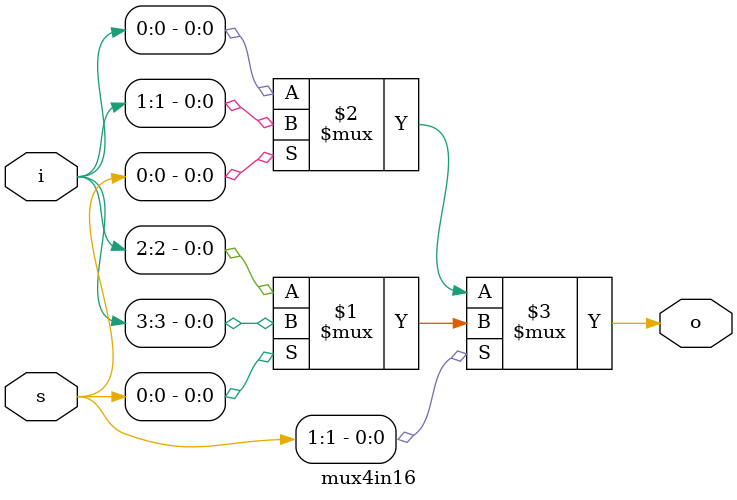
<source format=v>
module mux4in16(input [3:0] i, input [1:0] s, output o);
    assign o = s[1] ? (s[0] ? i[3] : i[2]) : (s[0] ? i[1] : i[0]);
endmodule

</source>
